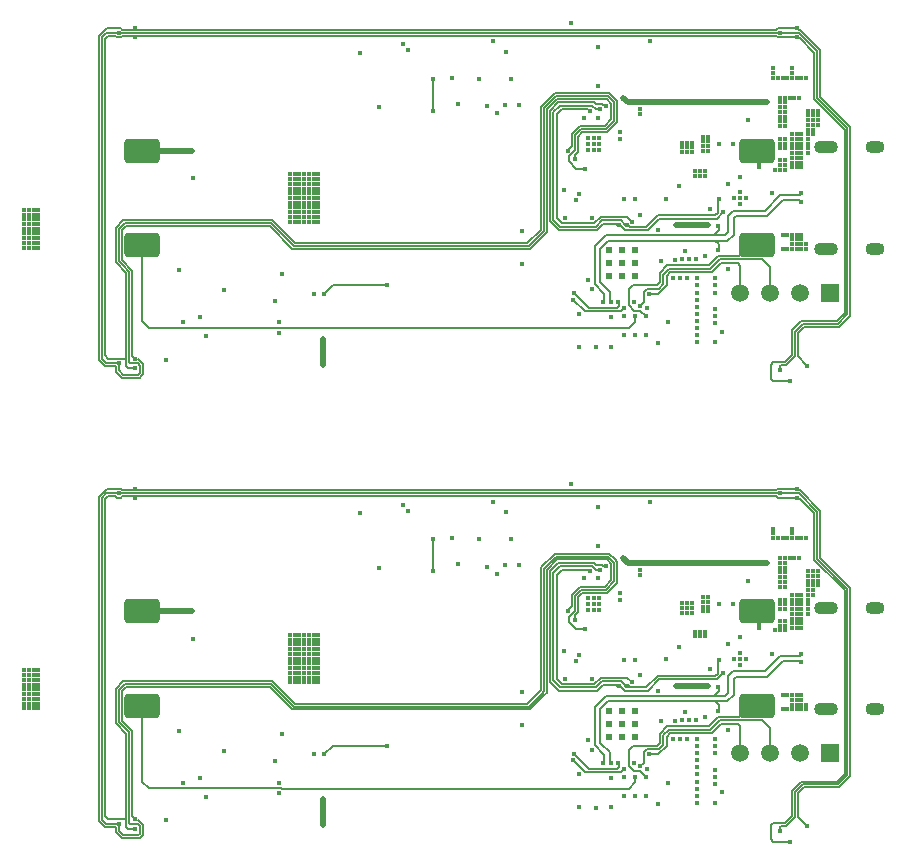
<source format=gbl>
G04*
G04 #@! TF.GenerationSoftware,Altium Limited,Altium Designer,21.3.2 (30)*
G04*
G04 Layer_Physical_Order=4*
G04 Layer_Color=16711680*
%FSLAX43Y43*%
%MOMM*%
G71*
G04*
G04 #@! TF.SameCoordinates,034B25BC-4B64-4F1D-819B-79BBDF65C54F*
G04*
G04*
G04 #@! TF.FilePolarity,Positive*
G04*
G01*
G75*
%ADD48C,0.200*%
%ADD49C,0.150*%
%ADD50C,0.300*%
%ADD51C,0.500*%
%ADD80O,2.000X1.100*%
%ADD81O,1.600X1.100*%
%ADD82C,1.500*%
%ADD83R,1.500X1.500*%
%ADD84C,0.450*%
%ADD85C,0.610*%
G04:AMPARAMS|DCode=86|XSize=3mm|YSize=2mm|CornerRadius=0.25mm|HoleSize=0mm|Usage=FLASHONLY|Rotation=0.000|XOffset=0mm|YOffset=0mm|HoleType=Round|Shape=RoundedRectangle|*
%AMROUNDEDRECTD86*
21,1,3.000,1.500,0,0,0.0*
21,1,2.500,2.000,0,0,0.0*
1,1,0.500,1.250,-0.750*
1,1,0.500,-1.250,-0.750*
1,1,0.500,-1.250,0.750*
1,1,0.500,1.250,0.750*
%
%ADD86ROUNDEDRECTD86*%
D48*
X69000Y17800D02*
X69660Y17140D01*
X65376Y17800D02*
X69000D01*
X60300Y15849D02*
Y16649D01*
X60951Y17300D01*
X61700D01*
X58126Y13475D02*
X58625D01*
X57675Y13926D02*
X58126Y13475D01*
X57675Y13926D02*
Y15275D01*
X58025Y15625D01*
X60076D01*
X60300Y15849D01*
X60600Y16524D02*
X61076Y17000D01*
X59224Y15325D02*
X60201D01*
X60600Y15724D02*
Y16524D01*
X60201Y15325D02*
X60600Y15724D01*
X61076Y17000D02*
X64576D01*
X58975Y14207D02*
Y15076D01*
X59224Y15325D01*
X60900Y16400D02*
X61200Y16700D01*
X59400Y14900D02*
X60200D01*
X60900Y15600D02*
Y16400D01*
X60200Y14900D02*
X60900Y15600D01*
X65251Y18100D02*
X67019D01*
X67919Y19000D02*
X68500D01*
X67019Y18100D02*
X67919Y19000D01*
X64200Y17300D02*
X64451D01*
X65251Y18100D01*
X64200Y17300D02*
X64200Y17300D01*
X61700Y17300D02*
X64200D01*
X61700Y17300D02*
X61700Y17300D01*
X64576Y17000D02*
X65376Y17800D01*
X64700Y16700D02*
X65500Y17500D01*
X66900D01*
X67120Y17280D01*
X61200Y16700D02*
X64700D01*
X58625Y13475D02*
X59100Y13000D01*
X58668Y13900D02*
X58975Y14207D01*
X58600Y13900D02*
X58668D01*
X69660Y15000D02*
Y17140D01*
X67120Y15000D02*
Y17280D01*
X32600Y15600D02*
X37200D01*
X52017Y30525D02*
X54207D01*
X51600Y30108D02*
X52017Y30525D01*
X54332Y30400D02*
X54400D01*
X54207Y30525D02*
X54332Y30400D01*
X51300Y30276D02*
X51849Y30825D01*
X54576D01*
X65150Y21250D02*
X65700Y21800D01*
X59299Y20275D02*
X60274Y21250D01*
X65150D01*
X65200Y21724D02*
Y22712D01*
X65342Y22854D02*
Y22922D01*
X65200Y22712D02*
X65342Y22854D01*
X65026Y21550D02*
X65200Y21724D01*
X59175Y20575D02*
X60150Y21550D01*
X65026D01*
X57324Y20275D02*
X59299D01*
X56924Y20675D02*
X57324Y20275D01*
X56882Y20675D02*
X56924D01*
X57400Y20700D02*
Y20758D01*
X57726Y20652D02*
X57803Y20575D01*
X59175D01*
X57500Y20700D02*
X57548Y20652D01*
X57726D01*
X55254Y15889D02*
Y18712D01*
X55754Y19854D02*
X64900D01*
X55942Y19400D02*
X65000D01*
X54800Y18900D02*
X55754Y19854D01*
X54800Y15701D02*
Y18900D01*
X55254Y18712D02*
X55942Y19400D01*
X51000Y30400D02*
X51725Y31125D01*
X54700D01*
X17075Y12025D02*
X28276D01*
X16500Y12600D02*
Y19000D01*
Y12600D02*
X17075Y12025D01*
X28301Y12000D02*
X57683D01*
X28276Y12025D02*
X28301Y12000D01*
X58200Y12517D02*
Y13000D01*
X57683Y12000D02*
X58200Y12517D01*
X54000Y13400D02*
X57000D01*
X57300Y13700D01*
X56840Y13817D02*
Y14160D01*
X56800Y14200D02*
X56840Y14160D01*
X56723Y13700D02*
X56840Y13817D01*
X54320Y13700D02*
X56723D01*
X53075Y14945D02*
X54320Y13700D01*
X53000Y14400D02*
X54000Y13400D01*
X70700Y22800D02*
X72200D01*
X72300Y22700D01*
X69191Y21933D02*
X70512Y23254D01*
X69379Y21479D02*
X70700Y22800D01*
X66533Y21933D02*
X69191D01*
X70512Y23254D02*
X72200D01*
X66721Y21479D02*
X69379D01*
X65854Y19854D02*
X66100Y20100D01*
X65300Y20254D02*
Y20600D01*
X64900Y19854D02*
X65300Y20254D01*
X64900Y19854D02*
X65854D01*
X54800Y15701D02*
X55623Y14878D01*
Y14391D02*
Y14878D01*
X65000Y19400D02*
X66042D01*
X65300Y18600D02*
Y19100D01*
X65000Y19400D02*
X65300Y19100D01*
X55254Y15889D02*
X56077Y15066D01*
Y14391D02*
Y15066D01*
X66100Y21500D02*
X66533Y21933D01*
X66554Y19912D02*
Y21312D01*
X66042Y19400D02*
X66554Y19912D01*
X66100Y20100D02*
Y21500D01*
X66554Y21312D02*
X66721Y21479D01*
X51600Y21300D02*
X52025Y20875D01*
X54776D01*
X51300Y21176D02*
X51901Y20575D01*
X54900D01*
X51776Y20275D02*
X55025D01*
X51000Y21051D02*
X51776Y20275D01*
X56857Y20700D02*
X56882Y20675D01*
X56700Y20700D02*
X56857D01*
X56625Y20775D02*
X56700Y20700D01*
X55525Y20775D02*
X56625D01*
X55025Y20275D02*
X55525Y20775D01*
X57058Y21100D02*
X57400Y20758D01*
X54900Y20575D02*
X55425Y21100D01*
X57058D01*
X57558Y21400D02*
X57958Y21000D01*
X54776Y20875D02*
X55301Y21400D01*
X57558D01*
X57958Y21000D02*
X57979D01*
X54875Y30950D02*
X55451D01*
X54700Y31125D02*
X54875Y30950D01*
X55528Y30873D02*
X55727D01*
X55775Y30825D01*
X55451Y30950D02*
X55528Y30873D01*
X54876Y30525D02*
X55275D01*
X54576Y30825D02*
X54876Y30525D01*
X51600Y21300D02*
Y30108D01*
X51300Y21176D02*
Y30276D01*
X51000Y21051D02*
Y30400D01*
X31900Y14900D02*
X32600Y15600D01*
X41100Y30400D02*
Y33100D01*
X69000Y56800D02*
X69660Y56140D01*
X65376Y56800D02*
X69000D01*
X60300Y54849D02*
Y55649D01*
X60951Y56300D01*
X61700D01*
X58126Y52475D02*
X58625D01*
X57675Y52926D02*
X58126Y52475D01*
X57675Y52926D02*
Y54275D01*
X58025Y54625D01*
X60076D01*
X60300Y54849D01*
X60600Y55524D02*
X61076Y56000D01*
X59224Y54325D02*
X60201D01*
X60600Y54724D02*
Y55524D01*
X60201Y54325D02*
X60600Y54724D01*
X61076Y56000D02*
X64576D01*
X58975Y53207D02*
Y54076D01*
X59224Y54325D01*
X60900Y55400D02*
X61200Y55700D01*
X59400Y53900D02*
X60200D01*
X60900Y54600D02*
Y55400D01*
X60200Y53900D02*
X60900Y54600D01*
X65251Y57100D02*
X67019D01*
X67919Y58000D02*
X68500D01*
X67019Y57100D02*
X67919Y58000D01*
X64200Y56300D02*
X64451D01*
X65251Y57100D01*
X64200Y56300D02*
X64200Y56300D01*
X61700Y56300D02*
X64200D01*
X61700Y56300D02*
X61700Y56300D01*
X64576Y56000D02*
X65376Y56800D01*
X64700Y55700D02*
X65500Y56500D01*
X66900D01*
X67120Y56280D01*
X61200Y55700D02*
X64700D01*
X58625Y52475D02*
X59100Y52000D01*
X58668Y52900D02*
X58975Y53207D01*
X58600Y52900D02*
X58668D01*
X69660Y54000D02*
Y56140D01*
X67120Y54000D02*
Y56280D01*
X32600Y54600D02*
X37200D01*
X52017Y69525D02*
X54207D01*
X51600Y69108D02*
X52017Y69525D01*
X54332Y69400D02*
X54400D01*
X54207Y69525D02*
X54332Y69400D01*
X51300Y69276D02*
X51849Y69825D01*
X54576D01*
X65150Y60250D02*
X65700Y60800D01*
X59299Y59275D02*
X60274Y60250D01*
X65150D01*
X65200Y60724D02*
Y61712D01*
X65342Y61854D02*
Y61922D01*
X65200Y61712D02*
X65342Y61854D01*
X65026Y60550D02*
X65200Y60724D01*
X59175Y59575D02*
X60150Y60550D01*
X65026D01*
X57324Y59275D02*
X59299D01*
X56924Y59675D02*
X57324Y59275D01*
X56882Y59675D02*
X56924D01*
X57400Y59700D02*
Y59758D01*
X57726Y59652D02*
X57803Y59575D01*
X59175D01*
X57500Y59700D02*
X57548Y59652D01*
X57726D01*
X55254Y54889D02*
Y57712D01*
X55754Y58854D02*
X64900D01*
X55942Y58400D02*
X65000D01*
X54800Y57900D02*
X55754Y58854D01*
X54800Y54701D02*
Y57900D01*
X55254Y57712D02*
X55942Y58400D01*
X51000Y69400D02*
X51725Y70125D01*
X54700D01*
X17075Y51025D02*
X28276D01*
X16500Y51600D02*
Y58000D01*
Y51600D02*
X17075Y51025D01*
X28301Y51000D02*
X57683D01*
X28276Y51025D02*
X28301Y51000D01*
X58200Y51517D02*
Y52000D01*
X57683Y51000D02*
X58200Y51517D01*
X54000Y52400D02*
X57000D01*
X57300Y52700D01*
X56840Y52817D02*
Y53160D01*
X56800Y53200D02*
X56840Y53160D01*
X56723Y52700D02*
X56840Y52817D01*
X54320Y52700D02*
X56723D01*
X53075Y53945D02*
X54320Y52700D01*
X53000Y53400D02*
X54000Y52400D01*
X70700Y61800D02*
X72200D01*
X72300Y61700D01*
X69191Y60933D02*
X70512Y62254D01*
X69379Y60479D02*
X70700Y61800D01*
X66533Y60933D02*
X69191D01*
X70512Y62254D02*
X72200D01*
X66721Y60479D02*
X69379D01*
X65854Y58854D02*
X66100Y59100D01*
X65300Y59254D02*
Y59600D01*
X64900Y58854D02*
X65300Y59254D01*
X64900Y58854D02*
X65854D01*
X54800Y54701D02*
X55623Y53878D01*
Y53391D02*
Y53878D01*
X65000Y58400D02*
X66042D01*
X65300Y57600D02*
Y58100D01*
X65000Y58400D02*
X65300Y58100D01*
X55254Y54889D02*
X56077Y54066D01*
Y53391D02*
Y54066D01*
X66100Y60500D02*
X66533Y60933D01*
X66554Y58912D02*
Y60312D01*
X66042Y58400D02*
X66554Y58912D01*
X66100Y59100D02*
Y60500D01*
X66554Y60312D02*
X66721Y60479D01*
X51600Y60300D02*
X52025Y59875D01*
X54776D01*
X51300Y60176D02*
X51901Y59575D01*
X54900D01*
X51776Y59275D02*
X55025D01*
X51000Y60051D02*
X51776Y59275D01*
X56857Y59700D02*
X56882Y59675D01*
X56700Y59700D02*
X56857D01*
X56625Y59775D02*
X56700Y59700D01*
X55525Y59775D02*
X56625D01*
X55025Y59275D02*
X55525Y59775D01*
X57058Y60100D02*
X57400Y59758D01*
X54900Y59575D02*
X55425Y60100D01*
X57058D01*
X57558Y60400D02*
X57958Y60000D01*
X54776Y59875D02*
X55301Y60400D01*
X57558D01*
X57958Y60000D02*
X57979D01*
X54875Y69950D02*
X55451D01*
X54700Y70125D02*
X54875Y69950D01*
X55528Y69873D02*
X55727D01*
X55775Y69825D01*
X55451Y69950D02*
X55528Y69873D01*
X54876Y69525D02*
X55275D01*
X54576Y69825D02*
X54876Y69525D01*
X51600Y60300D02*
Y69108D01*
X51300Y60176D02*
Y69276D01*
X51000Y60051D02*
Y69400D01*
X31900Y53900D02*
X32600Y54600D01*
X41100Y69400D02*
Y72100D01*
D49*
X52600Y26100D02*
X53200Y25500D01*
X54000D01*
X52500Y27000D02*
Y27081D01*
X52850Y27431D01*
X72131Y37250D02*
X72169D01*
X73900Y35519D01*
X71981Y37400D02*
X72131Y37250D01*
X73900Y31554D02*
Y35519D01*
X73650Y31450D02*
Y35416D01*
X72066Y37000D02*
X73650Y35416D01*
X71800Y37000D02*
X71800Y37000D01*
X70500Y37000D02*
X71800D01*
X71800Y37000D02*
X72066D01*
X71957Y36543D02*
X72157D01*
X73400Y35300D01*
X71900Y36600D02*
X71957Y36543D01*
X73400Y31346D02*
Y35300D01*
X70334Y36600D02*
X71900D01*
X70334Y37400D02*
X71981D01*
X73900Y31554D02*
X76450Y29004D01*
X73650Y31450D02*
X76200Y28900D01*
X73400Y31346D02*
X75950Y28796D01*
X14816Y37250D02*
X70184D01*
X14816Y36750D02*
X70184D01*
X15650Y9650D02*
X15900Y9400D01*
X16123Y9343D02*
X16550Y8916D01*
X75950Y13250D02*
Y28796D01*
X75300Y12600D02*
X75950Y13250D01*
X72300Y12600D02*
X75300D01*
X71500Y9700D02*
Y11800D01*
X72300Y12600D01*
X70900Y9100D02*
X71500Y9700D01*
X72000Y9600D02*
Y11593D01*
X72800Y8800D02*
Y8800D01*
X72000Y9600D02*
X72800Y8800D01*
X75504Y12096D02*
X76450Y13043D01*
X72000Y11593D02*
X72504Y12096D01*
X75504D01*
X75404Y12350D02*
X76200Y13146D01*
X71004Y8850D02*
X71750Y9596D01*
Y11696D01*
X70500Y8400D02*
Y8762D01*
X70588Y8850D01*
X71004D01*
X72404Y12350D02*
X75404D01*
X71750Y11696D02*
X72404Y12350D01*
X69900Y9100D02*
X70900D01*
X76200Y13146D02*
Y28900D01*
X76450Y13043D02*
Y29004D01*
X52600Y26100D02*
Y26534D01*
X50225Y20325D02*
Y30721D01*
X49100Y19200D02*
X50225Y20325D01*
Y30721D02*
X51404Y31900D01*
X50300Y20046D02*
Y20046D01*
X50475Y20221D01*
Y30617D02*
X51508Y31650D01*
X50475Y20221D02*
Y30617D01*
X49204Y18950D02*
X50300Y20046D01*
X50600Y19993D02*
Y19993D01*
X50725Y20118D01*
X49307Y18700D02*
X50600Y19993D01*
X50725Y20118D02*
Y30514D01*
X51611Y31400D01*
X55800D01*
X51508Y31650D02*
X55904D01*
X56450Y31104D01*
X51404Y31900D02*
X56007D01*
X14993Y20851D02*
X27403D01*
X29304Y18950D01*
X29407Y19200D02*
X49100D01*
X27506Y21101D02*
X29407Y19200D01*
X27299Y20601D02*
X29200Y18700D01*
X49307D01*
X15096Y20601D02*
X27299D01*
X14889Y21101D02*
X27506D01*
X29304Y18950D02*
X49204D01*
X15650Y9650D02*
Y16857D01*
X14750Y17757D02*
X15650Y16857D01*
X14850Y17304D02*
X14850D01*
X15400Y9088D02*
Y16754D01*
X14850Y17304D02*
X15400Y16754D01*
X14250Y17550D02*
X15150Y16650D01*
Y9550D02*
Y16650D01*
X14250Y17550D02*
Y20462D01*
X14500Y17654D02*
Y20358D01*
Y17654D02*
X14850Y17304D01*
X14750Y17757D02*
Y20255D01*
X15400Y9088D02*
X15488Y9000D01*
X16112D01*
X14250Y20462D02*
X14889Y21101D01*
X14500Y20358D02*
X14993Y20851D01*
X14750Y20255D02*
X15096Y20601D01*
X15300Y8600D02*
X15900D01*
X15150Y8750D02*
Y9550D01*
Y8750D02*
X15300Y8600D01*
X16550Y8084D02*
Y8916D01*
X16293Y7800D02*
X16400Y7907D01*
Y7934D01*
X16550Y8084D01*
X14746Y7800D02*
X16293D01*
X14250Y8296D02*
X14746Y7800D01*
X12800Y9246D02*
Y36700D01*
X14162Y8750D02*
X14250Y8662D01*
X13296Y8750D02*
X14162D01*
X14250Y8296D02*
Y8662D01*
X12800Y9246D02*
X13296Y8750D01*
X13300Y9700D02*
Y36493D01*
X14334Y36600D02*
X14666D01*
X13300Y36493D02*
X13557Y36750D01*
X14666Y36600D02*
X14816Y36750D01*
X13557D02*
X14184D01*
X14334Y36600D01*
X13050Y9350D02*
Y36596D01*
X13454Y37000D02*
X14500D01*
X13050Y36596D02*
X13454Y37000D01*
X14500D02*
X70500D01*
X13500Y37400D02*
X14666D01*
X12800Y36700D02*
X13500Y37400D01*
X56200Y29654D02*
Y31000D01*
X53546Y29100D02*
X55646D01*
X56200Y29654D01*
X52850Y28404D02*
X53546Y29100D01*
X52850Y27431D02*
Y28404D01*
X53350Y28196D02*
X53754Y28600D01*
X55854D01*
X53350Y26931D02*
Y28196D01*
X55800Y31400D02*
X56200Y31000D01*
X14666Y37400D02*
X14816Y37250D01*
X70184D02*
X70334Y37400D01*
X56007Y31900D02*
X56504Y31404D01*
X53100Y26300D02*
Y26681D01*
X53350Y26931D01*
X56700Y29446D02*
Y31207D01*
X55854Y28600D02*
X56700Y29446D01*
X56504Y31404D02*
X56700Y31207D01*
X56504Y31404D02*
Y31404D01*
X56450Y29550D02*
Y31104D01*
X55750Y28850D02*
X56450Y29550D01*
X53100Y28300D02*
X53650Y28850D01*
X53100Y27034D02*
Y28300D01*
X52600Y26534D02*
X53100Y27034D01*
X53650Y28850D02*
X55750D01*
X15000Y9400D02*
X15150Y9550D01*
X13600Y9400D02*
X15000D01*
X16162Y8050D02*
X16300Y8188D01*
Y8812D01*
X16112Y9000D02*
X16300Y8812D01*
X14850Y8050D02*
X16162D01*
X14500Y8400D02*
Y9000D01*
Y8400D02*
X14850Y8050D01*
X13300Y9700D02*
X13600Y9400D01*
X13050Y9350D02*
X13400Y9000D01*
X14500D01*
X69700Y7700D02*
Y8900D01*
Y7700D02*
X69900Y7500D01*
X71300D01*
X69700Y8900D02*
X69900Y9100D01*
X70184Y36750D02*
X70334Y36600D01*
X52600Y65100D02*
X53200Y64500D01*
X54000D01*
X52500Y66000D02*
Y66081D01*
X52850Y66431D01*
X72131Y76250D02*
X72169D01*
X73900Y74519D01*
X71981Y76400D02*
X72131Y76250D01*
X73900Y70554D02*
Y74519D01*
X73650Y70450D02*
Y74416D01*
X72066Y76000D02*
X73650Y74416D01*
X71800Y76000D02*
X71800Y76000D01*
X70500Y76000D02*
X71800D01*
X71800Y76000D02*
X72066D01*
X71957Y75543D02*
X72157D01*
X73400Y74300D01*
X71900Y75600D02*
X71957Y75543D01*
X73400Y70346D02*
Y74300D01*
X70334Y75600D02*
X71900D01*
X70334Y76400D02*
X71981D01*
X73900Y70554D02*
X76450Y68004D01*
X73650Y70450D02*
X76200Y67900D01*
X73400Y70346D02*
X75950Y67796D01*
X14816Y76250D02*
X70184D01*
X14816Y75750D02*
X70184D01*
X15650Y48650D02*
X15900Y48400D01*
X16123Y48343D02*
X16550Y47916D01*
X75950Y52250D02*
Y67796D01*
X75300Y51600D02*
X75950Y52250D01*
X72300Y51600D02*
X75300D01*
X71500Y48700D02*
Y50800D01*
X72300Y51600D01*
X70900Y48100D02*
X71500Y48700D01*
X72000Y48600D02*
Y50593D01*
X72800Y47800D02*
Y47800D01*
X72000Y48600D02*
X72800Y47800D01*
X75504Y51096D02*
X76450Y52043D01*
X72000Y50593D02*
X72504Y51096D01*
X75504D01*
X75404Y51350D02*
X76200Y52146D01*
X71004Y47850D02*
X71750Y48596D01*
Y50696D01*
X70500Y47400D02*
Y47762D01*
X70588Y47850D01*
X71004D01*
X72404Y51350D02*
X75404D01*
X71750Y50696D02*
X72404Y51350D01*
X69900Y48100D02*
X70900D01*
X76200Y52146D02*
Y67900D01*
X76450Y52043D02*
Y68004D01*
X52600Y65100D02*
Y65534D01*
X50225Y59325D02*
Y69721D01*
X49100Y58200D02*
X50225Y59325D01*
Y69721D02*
X51404Y70900D01*
X50300Y59046D02*
Y59046D01*
X50475Y59221D01*
Y69617D02*
X51508Y70650D01*
X50475Y59221D02*
Y69617D01*
X49204Y57950D02*
X50300Y59046D01*
X50600Y58993D02*
Y58993D01*
X50725Y59118D01*
X49307Y57700D02*
X50600Y58993D01*
X50725Y59118D02*
Y69514D01*
X51611Y70400D01*
X55800D01*
X51508Y70650D02*
X55904D01*
X56450Y70104D01*
X51404Y70900D02*
X56007D01*
X14993Y59851D02*
X27403D01*
X29304Y57950D01*
X29407Y58200D02*
X49100D01*
X27506Y60101D02*
X29407Y58200D01*
X27299Y59601D02*
X29200Y57700D01*
X49307D01*
X15096Y59601D02*
X27299D01*
X14889Y60101D02*
X27506D01*
X29304Y57950D02*
X49204D01*
X15650Y48650D02*
Y55857D01*
X14750Y56757D02*
X15650Y55857D01*
X14850Y56304D02*
X14850D01*
X15400Y48088D02*
Y55754D01*
X14850Y56304D02*
X15400Y55754D01*
X14250Y56550D02*
X15150Y55650D01*
Y48550D02*
Y55650D01*
X14250Y56550D02*
Y59462D01*
X14500Y56654D02*
Y59358D01*
Y56654D02*
X14850Y56304D01*
X14750Y56757D02*
Y59255D01*
X15400Y48088D02*
X15488Y48000D01*
X16112D01*
X14250Y59462D02*
X14889Y60101D01*
X14500Y59358D02*
X14993Y59851D01*
X14750Y59255D02*
X15096Y59601D01*
X15300Y47600D02*
X15900D01*
X15150Y47750D02*
Y48550D01*
Y47750D02*
X15300Y47600D01*
X16550Y47084D02*
Y47916D01*
X16293Y46800D02*
X16400Y46907D01*
Y46934D01*
X16550Y47084D01*
X14746Y46800D02*
X16293D01*
X14250Y47296D02*
X14746Y46800D01*
X12800Y48246D02*
Y75700D01*
X14162Y47750D02*
X14250Y47662D01*
X13296Y47750D02*
X14162D01*
X14250Y47296D02*
Y47662D01*
X12800Y48246D02*
X13296Y47750D01*
X13300Y48700D02*
Y75493D01*
X14334Y75600D02*
X14666D01*
X13300Y75493D02*
X13557Y75750D01*
X14666Y75600D02*
X14816Y75750D01*
X13557D02*
X14184D01*
X14334Y75600D01*
X13050Y48350D02*
Y75596D01*
X13454Y76000D02*
X14500D01*
X13050Y75596D02*
X13454Y76000D01*
X14500D02*
X70500D01*
X13500Y76400D02*
X14666D01*
X12800Y75700D02*
X13500Y76400D01*
X56200Y68654D02*
Y70000D01*
X53546Y68100D02*
X55646D01*
X56200Y68654D01*
X52850Y67404D02*
X53546Y68100D01*
X52850Y66431D02*
Y67404D01*
X53350Y67196D02*
X53754Y67600D01*
X55854D01*
X53350Y65931D02*
Y67196D01*
X55800Y70400D02*
X56200Y70000D01*
X14666Y76400D02*
X14816Y76250D01*
X70184D02*
X70334Y76400D01*
X56007Y70900D02*
X56504Y70404D01*
X53100Y65300D02*
Y65681D01*
X53350Y65931D01*
X56700Y68446D02*
Y70207D01*
X55854Y67600D02*
X56700Y68446D01*
X56504Y70404D02*
X56700Y70207D01*
X56504Y70404D02*
Y70404D01*
X56450Y68550D02*
Y70104D01*
X55750Y67850D02*
X56450Y68550D01*
X53100Y67300D02*
X53650Y67850D01*
X53100Y66034D02*
Y67300D01*
X52600Y65534D02*
X53100Y66034D01*
X53650Y67850D02*
X55750D01*
X15000Y48400D02*
X15150Y48550D01*
X13600Y48400D02*
X15000D01*
X16162Y47050D02*
X16300Y47188D01*
Y47812D01*
X16112Y48000D02*
X16300Y47812D01*
X14850Y47050D02*
X16162D01*
X14500Y47400D02*
Y48000D01*
Y47400D02*
X14850Y47050D01*
X13300Y48700D02*
X13600Y48400D01*
X13050Y48350D02*
X13400Y48000D01*
X14500D01*
X69700Y46700D02*
Y47900D01*
Y46700D02*
X69900Y46500D01*
X71300D01*
X69700Y47900D02*
X69900Y48100D01*
X70184Y75750D02*
X70334Y75600D01*
D50*
X68500Y27000D02*
X68700Y26800D01*
Y25600D02*
Y26800D01*
X68500Y66000D02*
X68700Y65800D01*
Y64600D02*
Y65800D01*
D51*
X63000Y31100D02*
X69400D01*
X57600D02*
X63000D01*
X57200Y31500D02*
X57600Y31100D01*
X31800Y8900D02*
Y11100D01*
X61700Y20700D02*
X64400D01*
X16500Y27000D02*
X20700D01*
X63000Y70100D02*
X69400D01*
X57600D02*
X63000D01*
X57200Y70500D02*
X57600Y70100D01*
X31800Y47900D02*
Y50100D01*
X61700Y59700D02*
X64400D01*
X16500Y66000D02*
X20700D01*
D80*
X74400Y18700D02*
D03*
Y27300D02*
D03*
Y57700D02*
D03*
Y66300D02*
D03*
D81*
X78550Y27300D02*
D03*
Y18700D02*
D03*
Y66300D02*
D03*
Y57700D02*
D03*
D82*
X67120Y15000D02*
D03*
X69660D02*
D03*
X72200D02*
D03*
X67120Y54000D02*
D03*
X69660D02*
D03*
X72200D02*
D03*
D83*
X74740Y15000D02*
D03*
Y54000D02*
D03*
D84*
X54000Y25500D02*
D03*
X52500Y27000D02*
D03*
X57200Y31500D02*
D03*
X63000Y27700D02*
D03*
X62600D02*
D03*
X62200D02*
D03*
X63000Y27300D02*
D03*
X62200D02*
D03*
X62600D02*
D03*
X63000Y26900D02*
D03*
X62600D02*
D03*
X62200D02*
D03*
X63300Y25300D02*
D03*
X63700Y24900D02*
D03*
X64100Y25300D02*
D03*
Y24900D02*
D03*
X63300D02*
D03*
X63700Y25300D02*
D03*
X62200Y17800D02*
D03*
X62800D02*
D03*
X63400D02*
D03*
X63500Y10800D02*
D03*
X65000D02*
D03*
Y13600D02*
D03*
Y13000D02*
D03*
Y12400D02*
D03*
X63500Y12600D02*
D03*
Y12000D02*
D03*
Y11400D02*
D03*
Y14400D02*
D03*
Y13800D02*
D03*
Y13200D02*
D03*
X59400Y14900D02*
D03*
X58600Y13900D02*
D03*
X59200Y13700D02*
D03*
X58100Y14200D02*
D03*
X65000Y16200D02*
D03*
Y15600D02*
D03*
Y15000D02*
D03*
X63500D02*
D03*
Y15600D02*
D03*
Y16200D02*
D03*
X62600D02*
D03*
X62000D02*
D03*
X61400D02*
D03*
X31800Y11100D02*
D03*
X60200Y10700D02*
D03*
X37200Y15600D02*
D03*
X31800Y8900D02*
D03*
X63000Y31100D02*
D03*
X61700Y20700D02*
D03*
X64600Y22100D02*
D03*
X66100Y17000D02*
D03*
X65700Y21800D02*
D03*
X61900Y24000D02*
D03*
X23400Y15200D02*
D03*
X20700Y27000D02*
D03*
X67800Y29600D02*
D03*
X52800Y37800D02*
D03*
X38600Y36000D02*
D03*
X65600Y11700D02*
D03*
X52300Y21300D02*
D03*
X66100Y24200D02*
D03*
X60200Y20300D02*
D03*
X65342Y22922D02*
D03*
X7700Y19600D02*
D03*
Y20000D02*
D03*
Y19200D02*
D03*
Y18800D02*
D03*
Y21200D02*
D03*
Y21600D02*
D03*
Y20800D02*
D03*
Y20400D02*
D03*
Y22000D02*
D03*
X46500Y30200D02*
D03*
X56900Y28600D02*
D03*
X72800Y8800D02*
D03*
X71300Y7500D02*
D03*
X34900Y35300D02*
D03*
X59500Y36300D02*
D03*
X70500Y8400D02*
D03*
X15900Y9400D02*
D03*
Y8600D02*
D03*
X14500Y9000D02*
D03*
X15900Y37400D02*
D03*
Y36600D02*
D03*
X14500Y37000D02*
D03*
X70500D02*
D03*
X71900Y36600D02*
D03*
Y37400D02*
D03*
X57300Y13000D02*
D03*
X57979Y21000D02*
D03*
X57500Y20700D02*
D03*
X56800Y14200D02*
D03*
X57300Y13700D02*
D03*
X60400Y17700D02*
D03*
X56882Y20675D02*
D03*
X54600Y15300D02*
D03*
X54200Y16100D02*
D03*
X61000Y12500D02*
D03*
X19900D02*
D03*
X56200Y12900D02*
D03*
X53075Y14945D02*
D03*
X53000Y14400D02*
D03*
X64400Y20700D02*
D03*
X64100Y18100D02*
D03*
X72300Y22700D02*
D03*
Y23400D02*
D03*
X65200Y20600D02*
D03*
X55500Y14200D02*
D03*
X65200Y18600D02*
D03*
X56200Y14200D02*
D03*
X58600Y21600D02*
D03*
X53500Y23300D02*
D03*
X52200Y23670D02*
D03*
X54600Y21300D02*
D03*
X55775Y30825D02*
D03*
X55275Y30525D02*
D03*
X54400Y30400D02*
D03*
X53500Y13200D02*
D03*
X58200Y13000D02*
D03*
X59100Y13000D02*
D03*
X57300Y22900D02*
D03*
X55100Y32500D02*
D03*
X56900Y28000D02*
D03*
X55100Y29800D02*
D03*
X53900D02*
D03*
X58600Y30100D02*
D03*
Y30500D02*
D03*
X53100Y26300D02*
D03*
X39000Y35500D02*
D03*
X28100Y11600D02*
D03*
X41100Y33100D02*
D03*
Y30400D02*
D03*
X47700Y33100D02*
D03*
X43200Y31000D02*
D03*
X42700Y33200D02*
D03*
X71500Y34000D02*
D03*
Y33600D02*
D03*
X69900Y34000D02*
D03*
Y33600D02*
D03*
X71900Y33200D02*
D03*
X71500D02*
D03*
X72700D02*
D03*
X72300D02*
D03*
X70300D02*
D03*
X69900D02*
D03*
X71100D02*
D03*
X70700D02*
D03*
X64400Y27800D02*
D03*
Y28200D02*
D03*
Y27000D02*
D03*
Y27400D02*
D03*
X64000Y27800D02*
D03*
Y28200D02*
D03*
Y27000D02*
D03*
Y27400D02*
D03*
X69400Y31100D02*
D03*
X66500Y27600D02*
D03*
X65300D02*
D03*
X68700Y25600D02*
D03*
X67100Y24800D02*
D03*
X53500Y10400D02*
D03*
X54906Y10381D02*
D03*
X56200Y10400D02*
D03*
X57300Y11370D02*
D03*
X59100Y11370D02*
D03*
X58200Y11370D02*
D03*
X62430Y18500D02*
D03*
X61600Y17760D02*
D03*
X60800Y22930D02*
D03*
X53200Y22830D02*
D03*
X48645Y17400D02*
D03*
Y20200D02*
D03*
X58200Y22900D02*
D03*
X55100Y35800D02*
D03*
X36500Y30700D02*
D03*
X45700Y30800D02*
D03*
X45000Y33100D02*
D03*
X48400Y30900D02*
D03*
X47200D02*
D03*
X47300Y35400D02*
D03*
X46200Y36300D02*
D03*
X31400Y21800D02*
D03*
Y22200D02*
D03*
Y21000D02*
D03*
Y21400D02*
D03*
Y23000D02*
D03*
Y22600D02*
D03*
Y23400D02*
D03*
X29800Y24600D02*
D03*
X30200D02*
D03*
X29000D02*
D03*
X29400D02*
D03*
X29800Y25000D02*
D03*
X30200D02*
D03*
X29000D02*
D03*
X29400D02*
D03*
X31000Y24600D02*
D03*
X30600D02*
D03*
X31400D02*
D03*
X31000Y25000D02*
D03*
X30600D02*
D03*
X31400D02*
D03*
X29800Y23800D02*
D03*
X30200D02*
D03*
X29000D02*
D03*
X29400D02*
D03*
X29800Y24200D02*
D03*
X30200D02*
D03*
X29000D02*
D03*
X29400D02*
D03*
X31000Y23800D02*
D03*
X30600D02*
D03*
X31400D02*
D03*
X31000Y24200D02*
D03*
X30600D02*
D03*
X31400D02*
D03*
X30600Y22600D02*
D03*
Y22200D02*
D03*
Y23400D02*
D03*
Y23000D02*
D03*
X31000Y22600D02*
D03*
Y22200D02*
D03*
Y23400D02*
D03*
Y23000D02*
D03*
X30600Y21400D02*
D03*
Y21800D02*
D03*
Y21000D02*
D03*
X31000Y21400D02*
D03*
Y21800D02*
D03*
Y21000D02*
D03*
X29800Y22600D02*
D03*
Y22200D02*
D03*
Y23400D02*
D03*
Y23000D02*
D03*
X30200Y22600D02*
D03*
Y22200D02*
D03*
Y23400D02*
D03*
Y23000D02*
D03*
X29800Y21400D02*
D03*
Y21800D02*
D03*
Y21000D02*
D03*
X30200Y21400D02*
D03*
Y21800D02*
D03*
Y21000D02*
D03*
X29000Y22600D02*
D03*
Y22200D02*
D03*
Y23400D02*
D03*
Y23000D02*
D03*
X29400Y22600D02*
D03*
Y22200D02*
D03*
Y23400D02*
D03*
Y23000D02*
D03*
X29000Y21400D02*
D03*
Y21800D02*
D03*
Y21000D02*
D03*
X29400Y21400D02*
D03*
Y21800D02*
D03*
Y21000D02*
D03*
X72300Y26000D02*
D03*
Y25600D02*
D03*
Y26800D02*
D03*
Y26400D02*
D03*
Y27600D02*
D03*
Y27200D02*
D03*
Y28400D02*
D03*
Y28000D02*
D03*
X71900Y26000D02*
D03*
Y25600D02*
D03*
Y26800D02*
D03*
Y26400D02*
D03*
X71500Y26000D02*
D03*
Y25600D02*
D03*
Y26800D02*
D03*
Y26400D02*
D03*
X71900Y27600D02*
D03*
Y27200D02*
D03*
Y28400D02*
D03*
Y28000D02*
D03*
X71500Y27600D02*
D03*
Y27200D02*
D03*
Y28400D02*
D03*
Y28000D02*
D03*
X70500Y28000D02*
D03*
X70900Y29100D02*
D03*
Y29900D02*
D03*
Y29500D02*
D03*
X70500Y29100D02*
D03*
Y29900D02*
D03*
Y29500D02*
D03*
X71700Y31500D02*
D03*
X71300D02*
D03*
X72100D02*
D03*
X70900Y31100D02*
D03*
Y31500D02*
D03*
Y30300D02*
D03*
Y30700D02*
D03*
X70500Y31100D02*
D03*
Y31500D02*
D03*
Y30300D02*
D03*
Y30700D02*
D03*
X72900Y28000D02*
D03*
Y28800D02*
D03*
X73300Y30400D02*
D03*
X73700Y29600D02*
D03*
X72900Y28400D02*
D03*
X73700Y29200D02*
D03*
X73300D02*
D03*
X72900Y29600D02*
D03*
X73300Y30000D02*
D03*
X73700Y30400D02*
D03*
Y30000D02*
D03*
X72900Y27200D02*
D03*
X73300Y29600D02*
D03*
X72900Y30400D02*
D03*
Y29200D02*
D03*
Y26800D02*
D03*
Y30000D02*
D03*
Y27600D02*
D03*
X18500Y9300D02*
D03*
X21900Y11300D02*
D03*
X31900Y14900D02*
D03*
X21400Y12900D02*
D03*
X19600Y16900D02*
D03*
X27700Y14300D02*
D03*
X28100Y12500D02*
D03*
X31000Y14900D02*
D03*
X28300Y16600D02*
D03*
X6900Y22000D02*
D03*
X7300D02*
D03*
X6500D02*
D03*
X7300Y20400D02*
D03*
Y20800D02*
D03*
Y21600D02*
D03*
Y21200D02*
D03*
X6900Y20400D02*
D03*
Y20800D02*
D03*
Y21600D02*
D03*
Y21200D02*
D03*
X6500Y20400D02*
D03*
Y20800D02*
D03*
Y21600D02*
D03*
Y21200D02*
D03*
X7300Y18800D02*
D03*
Y19200D02*
D03*
Y20000D02*
D03*
Y19600D02*
D03*
X6900Y18800D02*
D03*
Y19200D02*
D03*
Y20000D02*
D03*
Y19600D02*
D03*
X6500Y18800D02*
D03*
Y19200D02*
D03*
Y20000D02*
D03*
Y19600D02*
D03*
X70500Y27200D02*
D03*
Y27600D02*
D03*
X70900Y28000D02*
D03*
Y27200D02*
D03*
Y27600D02*
D03*
X70100Y25400D02*
D03*
X70500D02*
D03*
Y26200D02*
D03*
Y25800D02*
D03*
X70900Y25400D02*
D03*
Y26200D02*
D03*
Y25800D02*
D03*
X72700Y19100D02*
D03*
Y18700D02*
D03*
X71100Y18700D02*
D03*
X70700D02*
D03*
X71500D02*
D03*
X72300D02*
D03*
X71900D02*
D03*
X71100Y19900D02*
D03*
X70700D02*
D03*
X71500D02*
D03*
Y19100D02*
D03*
Y19500D02*
D03*
X71900Y19900D02*
D03*
Y19100D02*
D03*
Y19500D02*
D03*
X72300Y19900D02*
D03*
Y19100D02*
D03*
Y19500D02*
D03*
X73300Y28800D02*
D03*
Y28400D02*
D03*
X69800Y23400D02*
D03*
X67100Y23000D02*
D03*
Y23500D02*
D03*
Y22500D02*
D03*
X67600Y23000D02*
D03*
X66600D02*
D03*
X20800Y24700D02*
D03*
X54700Y27600D02*
D03*
Y28100D02*
D03*
X55200D02*
D03*
Y27600D02*
D03*
Y27100D02*
D03*
X54700D02*
D03*
X54200D02*
D03*
Y27600D02*
D03*
Y28100D02*
D03*
X54000Y64500D02*
D03*
X52500Y66000D02*
D03*
X57200Y70500D02*
D03*
X63000Y66700D02*
D03*
X62600D02*
D03*
X62200D02*
D03*
X63000Y66300D02*
D03*
X62200D02*
D03*
X62600D02*
D03*
X63000Y65900D02*
D03*
X62600D02*
D03*
X62200D02*
D03*
X63300Y64300D02*
D03*
X63700Y63900D02*
D03*
X64100Y64300D02*
D03*
Y63900D02*
D03*
X63300D02*
D03*
X63700Y64300D02*
D03*
X62200Y56800D02*
D03*
X62800D02*
D03*
X63400D02*
D03*
X63500Y49800D02*
D03*
X65000D02*
D03*
Y52600D02*
D03*
Y52000D02*
D03*
Y51400D02*
D03*
X63500Y51600D02*
D03*
Y51000D02*
D03*
Y50400D02*
D03*
Y53400D02*
D03*
Y52800D02*
D03*
Y52200D02*
D03*
X59400Y53900D02*
D03*
X58600Y52900D02*
D03*
X59200Y52700D02*
D03*
X58100Y53200D02*
D03*
X65000Y55200D02*
D03*
Y54600D02*
D03*
Y54000D02*
D03*
X63500D02*
D03*
Y54600D02*
D03*
Y55200D02*
D03*
X62600D02*
D03*
X62000D02*
D03*
X61400D02*
D03*
X31800Y50100D02*
D03*
X60200Y49700D02*
D03*
X37200Y54600D02*
D03*
X31800Y47900D02*
D03*
X63000Y70100D02*
D03*
X61700Y59700D02*
D03*
X64600Y61100D02*
D03*
X66100Y56000D02*
D03*
X65700Y60800D02*
D03*
X61900Y63000D02*
D03*
X23400Y54200D02*
D03*
X20700Y66000D02*
D03*
X67800Y68600D02*
D03*
X52800Y76800D02*
D03*
X38600Y75000D02*
D03*
X65600Y50700D02*
D03*
X52300Y60300D02*
D03*
X66100Y63200D02*
D03*
X60200Y59300D02*
D03*
X65342Y61922D02*
D03*
X7700Y58600D02*
D03*
Y59000D02*
D03*
Y58200D02*
D03*
Y57800D02*
D03*
Y60200D02*
D03*
Y60600D02*
D03*
Y59800D02*
D03*
Y59400D02*
D03*
Y61000D02*
D03*
X46500Y69200D02*
D03*
X56900Y67600D02*
D03*
X72800Y47800D02*
D03*
X71300Y46500D02*
D03*
X34900Y74300D02*
D03*
X59500Y75300D02*
D03*
X70500Y47400D02*
D03*
X15900Y48400D02*
D03*
Y47600D02*
D03*
X14500Y48000D02*
D03*
X15900Y76400D02*
D03*
Y75600D02*
D03*
X14500Y76000D02*
D03*
X70500D02*
D03*
X71900Y75600D02*
D03*
Y76400D02*
D03*
X57300Y52000D02*
D03*
X57979Y60000D02*
D03*
X57500Y59700D02*
D03*
X56800Y53200D02*
D03*
X57300Y52700D02*
D03*
X60400Y56700D02*
D03*
X56882Y59675D02*
D03*
X54600Y54300D02*
D03*
X54200Y55100D02*
D03*
X61000Y51500D02*
D03*
X19900D02*
D03*
X56200Y51900D02*
D03*
X53075Y53945D02*
D03*
X53000Y53400D02*
D03*
X64400Y59700D02*
D03*
X64100Y57100D02*
D03*
X72300Y61700D02*
D03*
Y62400D02*
D03*
X65200Y59600D02*
D03*
X55500Y53200D02*
D03*
X65200Y57600D02*
D03*
X56200Y53200D02*
D03*
X58600Y60600D02*
D03*
X53500Y62300D02*
D03*
X52200Y62670D02*
D03*
X54600Y60300D02*
D03*
X55775Y69825D02*
D03*
X55275Y69525D02*
D03*
X54400Y69400D02*
D03*
X53500Y52200D02*
D03*
X58200Y52000D02*
D03*
X59100Y52000D02*
D03*
X57300Y61900D02*
D03*
X55100Y71500D02*
D03*
X56900Y67000D02*
D03*
X55100Y68800D02*
D03*
X53900D02*
D03*
X58600Y69100D02*
D03*
Y69500D02*
D03*
X53100Y65300D02*
D03*
X39000Y74500D02*
D03*
X28100Y50600D02*
D03*
X41100Y72100D02*
D03*
Y69400D02*
D03*
X47700Y72100D02*
D03*
X43200Y70000D02*
D03*
X42700Y72200D02*
D03*
X71500Y73000D02*
D03*
Y72600D02*
D03*
X69900Y73000D02*
D03*
Y72600D02*
D03*
X71900Y72200D02*
D03*
X71500D02*
D03*
X72700D02*
D03*
X72300D02*
D03*
X70300D02*
D03*
X69900D02*
D03*
X71100D02*
D03*
X70700D02*
D03*
X64400Y66800D02*
D03*
Y67200D02*
D03*
Y66000D02*
D03*
Y66400D02*
D03*
X64000Y66800D02*
D03*
Y67200D02*
D03*
Y66000D02*
D03*
Y66400D02*
D03*
X69400Y70100D02*
D03*
X66500Y66600D02*
D03*
X65300D02*
D03*
X68700Y64600D02*
D03*
X67100Y63800D02*
D03*
X53500Y49400D02*
D03*
X54906Y49381D02*
D03*
X56200Y49400D02*
D03*
X57300Y50370D02*
D03*
X59100Y50370D02*
D03*
X58200Y50370D02*
D03*
X62430Y57500D02*
D03*
X61600Y56760D02*
D03*
X60800Y61930D02*
D03*
X53200Y61830D02*
D03*
X48645Y56400D02*
D03*
Y59200D02*
D03*
X58200Y61900D02*
D03*
X55100Y74800D02*
D03*
X36500Y69700D02*
D03*
X45700Y69800D02*
D03*
X45000Y72100D02*
D03*
X48400Y69900D02*
D03*
X47200D02*
D03*
X47300Y74400D02*
D03*
X46200Y75300D02*
D03*
X31400Y60800D02*
D03*
Y61200D02*
D03*
Y60000D02*
D03*
Y60400D02*
D03*
Y62000D02*
D03*
Y61600D02*
D03*
Y62400D02*
D03*
X29800Y63600D02*
D03*
X30200D02*
D03*
X29000D02*
D03*
X29400D02*
D03*
X29800Y64000D02*
D03*
X30200D02*
D03*
X29000D02*
D03*
X29400D02*
D03*
X31000Y63600D02*
D03*
X30600D02*
D03*
X31400D02*
D03*
X31000Y64000D02*
D03*
X30600D02*
D03*
X31400D02*
D03*
X29800Y62800D02*
D03*
X30200D02*
D03*
X29000D02*
D03*
X29400D02*
D03*
X29800Y63200D02*
D03*
X30200D02*
D03*
X29000D02*
D03*
X29400D02*
D03*
X31000Y62800D02*
D03*
X30600D02*
D03*
X31400D02*
D03*
X31000Y63200D02*
D03*
X30600D02*
D03*
X31400D02*
D03*
X30600Y61600D02*
D03*
Y61200D02*
D03*
Y62400D02*
D03*
Y62000D02*
D03*
X31000Y61600D02*
D03*
Y61200D02*
D03*
Y62400D02*
D03*
Y62000D02*
D03*
X30600Y60400D02*
D03*
Y60800D02*
D03*
Y60000D02*
D03*
X31000Y60400D02*
D03*
Y60800D02*
D03*
Y60000D02*
D03*
X29800Y61600D02*
D03*
Y61200D02*
D03*
Y62400D02*
D03*
Y62000D02*
D03*
X30200Y61600D02*
D03*
Y61200D02*
D03*
Y62400D02*
D03*
Y62000D02*
D03*
X29800Y60400D02*
D03*
Y60800D02*
D03*
Y60000D02*
D03*
X30200Y60400D02*
D03*
Y60800D02*
D03*
Y60000D02*
D03*
X29000Y61600D02*
D03*
Y61200D02*
D03*
Y62400D02*
D03*
Y62000D02*
D03*
X29400Y61600D02*
D03*
Y61200D02*
D03*
Y62400D02*
D03*
Y62000D02*
D03*
X29000Y60400D02*
D03*
Y60800D02*
D03*
Y60000D02*
D03*
X29400Y60400D02*
D03*
Y60800D02*
D03*
Y60000D02*
D03*
X72300Y65000D02*
D03*
Y64600D02*
D03*
Y65800D02*
D03*
Y65400D02*
D03*
Y66600D02*
D03*
Y66200D02*
D03*
Y67400D02*
D03*
Y67000D02*
D03*
X71900Y65000D02*
D03*
Y64600D02*
D03*
Y65800D02*
D03*
Y65400D02*
D03*
X71500Y65000D02*
D03*
Y64600D02*
D03*
Y65800D02*
D03*
Y65400D02*
D03*
X71900Y66600D02*
D03*
Y66200D02*
D03*
Y67400D02*
D03*
Y67000D02*
D03*
X71500Y66600D02*
D03*
Y66200D02*
D03*
Y67400D02*
D03*
Y67000D02*
D03*
X70500Y67000D02*
D03*
X70900Y68100D02*
D03*
Y68900D02*
D03*
Y68500D02*
D03*
X70500Y68100D02*
D03*
Y68900D02*
D03*
Y68500D02*
D03*
X71700Y70500D02*
D03*
X71300D02*
D03*
X72100D02*
D03*
X70900Y70100D02*
D03*
Y70500D02*
D03*
Y69300D02*
D03*
Y69700D02*
D03*
X70500Y70100D02*
D03*
Y70500D02*
D03*
Y69300D02*
D03*
Y69700D02*
D03*
X72900Y67000D02*
D03*
Y67800D02*
D03*
X73300Y69400D02*
D03*
X73700Y68600D02*
D03*
X72900Y67400D02*
D03*
X73700Y68200D02*
D03*
X73300D02*
D03*
X72900Y68600D02*
D03*
X73300Y69000D02*
D03*
X73700Y69400D02*
D03*
Y69000D02*
D03*
X72900Y66200D02*
D03*
X73300Y68600D02*
D03*
X72900Y69400D02*
D03*
Y68200D02*
D03*
Y65800D02*
D03*
Y69000D02*
D03*
Y66600D02*
D03*
X18500Y48300D02*
D03*
X21900Y50300D02*
D03*
X31900Y53900D02*
D03*
X21400Y51900D02*
D03*
X19600Y55900D02*
D03*
X27700Y53300D02*
D03*
X28100Y51500D02*
D03*
X31000Y53900D02*
D03*
X28300Y55600D02*
D03*
X6900Y61000D02*
D03*
X7300D02*
D03*
X6500D02*
D03*
X7300Y59400D02*
D03*
Y59800D02*
D03*
Y60600D02*
D03*
Y60200D02*
D03*
X6900Y59400D02*
D03*
Y59800D02*
D03*
Y60600D02*
D03*
Y60200D02*
D03*
X6500Y59400D02*
D03*
Y59800D02*
D03*
Y60600D02*
D03*
Y60200D02*
D03*
X7300Y57800D02*
D03*
Y58200D02*
D03*
Y59000D02*
D03*
Y58600D02*
D03*
X6900Y57800D02*
D03*
Y58200D02*
D03*
Y59000D02*
D03*
Y58600D02*
D03*
X6500Y57800D02*
D03*
Y58200D02*
D03*
Y59000D02*
D03*
Y58600D02*
D03*
X70500Y66200D02*
D03*
Y66600D02*
D03*
X70900Y67000D02*
D03*
Y66200D02*
D03*
Y66600D02*
D03*
X70100Y64400D02*
D03*
X70500D02*
D03*
Y65200D02*
D03*
Y64800D02*
D03*
X70900Y64400D02*
D03*
Y65200D02*
D03*
Y64800D02*
D03*
X72700Y58100D02*
D03*
Y57700D02*
D03*
X71100Y57700D02*
D03*
X70700D02*
D03*
X71500D02*
D03*
X72300D02*
D03*
X71900D02*
D03*
X71100Y58900D02*
D03*
X70700D02*
D03*
X71500D02*
D03*
Y58100D02*
D03*
Y58500D02*
D03*
X71900Y58900D02*
D03*
Y58100D02*
D03*
Y58500D02*
D03*
X72300Y58900D02*
D03*
Y58100D02*
D03*
Y58500D02*
D03*
X73300Y67800D02*
D03*
Y67400D02*
D03*
X69800Y62400D02*
D03*
X67100Y62000D02*
D03*
Y62500D02*
D03*
Y61500D02*
D03*
X67600Y62000D02*
D03*
X66600D02*
D03*
X20800Y63700D02*
D03*
X54700Y66600D02*
D03*
Y67100D02*
D03*
X55200D02*
D03*
Y66600D02*
D03*
Y66100D02*
D03*
X54700D02*
D03*
X54200D02*
D03*
Y66600D02*
D03*
Y67100D02*
D03*
D85*
X56011Y18600D02*
D03*
X57111D02*
D03*
X58211D02*
D03*
X56011Y17500D02*
D03*
X57111D02*
D03*
X58211D02*
D03*
X56011Y16400D02*
D03*
X57111D02*
D03*
X58211D02*
D03*
X56011Y57600D02*
D03*
X57111D02*
D03*
X58211D02*
D03*
X56011Y56500D02*
D03*
X57111D02*
D03*
X58211D02*
D03*
X56011Y55400D02*
D03*
X57111D02*
D03*
X58211D02*
D03*
D86*
X16500Y27000D02*
D03*
Y19000D02*
D03*
X68500D02*
D03*
Y27000D02*
D03*
X16500Y66000D02*
D03*
Y58000D02*
D03*
X68500D02*
D03*
Y66000D02*
D03*
M02*

</source>
